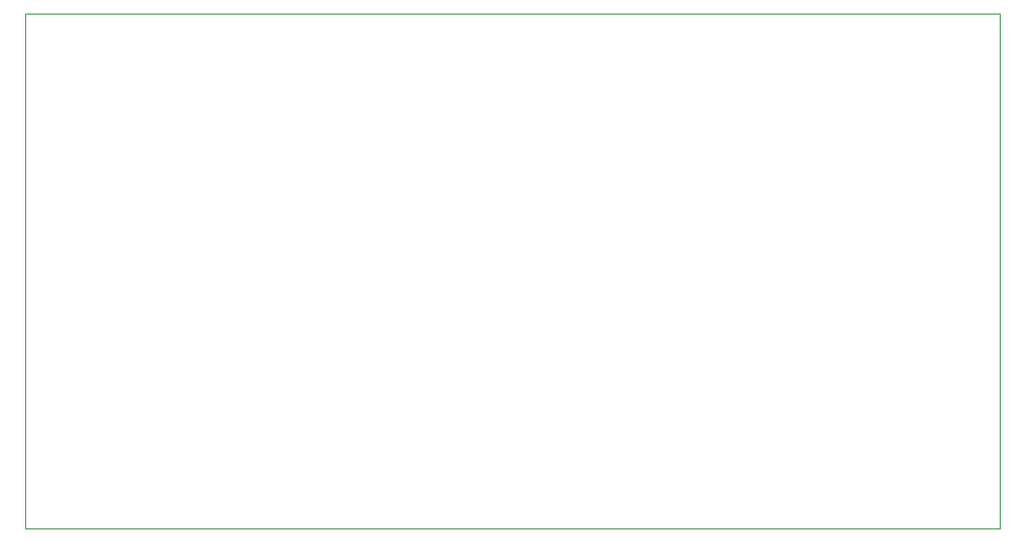
<source format=gbr>
G04 #@! TF.GenerationSoftware,KiCad,Pcbnew,5.1.2*
G04 #@! TF.CreationDate,2019-06-23T16:51:23+01:00*
G04 #@! TF.ProjectId,garage_receiver,67617261-6765-45f7-9265-636569766572,rev?*
G04 #@! TF.SameCoordinates,Original*
G04 #@! TF.FileFunction,Profile,NP*
%FSLAX46Y46*%
G04 Gerber Fmt 4.6, Leading zero omitted, Abs format (unit mm)*
G04 Created by KiCad (PCBNEW 5.1.2) date 2019-06-23 16:51:23*
%MOMM*%
%LPD*%
G04 APERTURE LIST*
%ADD10C,0.100000*%
G04 APERTURE END LIST*
D10*
X173482000Y-122216000D02*
X173482000Y-77216000D01*
X258482000Y-122216000D02*
X173482000Y-122216000D01*
X258482000Y-77216000D02*
X258482000Y-122216000D01*
X173482000Y-77216000D02*
X258482000Y-77216000D01*
M02*

</source>
